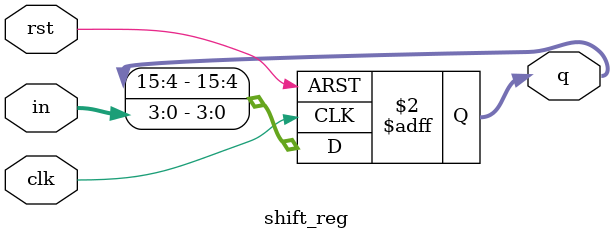
<source format=sv>
module keytranslate (
    input logic [3:0] key_in,

);

endmodule

module bcd2bin
   (
    // input logic [3:0] bcd7, // 10,000,000
    // input logic [3:0] bcd6, // 1,000,000
    // input logic [3:0] bcd5, // 100,000
    // input logic [3:0] bcd4, // 10,000
    input logic [3:0] bcd3, // 1000
    input logic [3:0] bcd2, // 100
    input logic [3:0] bcd1, // 10
    input logic [3:0] bcd0, // 1
    // output logic [31:0] bin
    output logic [15:0] bin
   );

//    assign bin = (bcd7 * 24'd10000000) + (bcd6 * 20'd1000000) + (bcd5 * 17'd100000) + (bcd4 * 14'd10000) + (bcd3 * 10'd1000) + (bcd2*7'd100) + (bcd1*4'd10) + (bcd0 * 1'd1);
        assign bin = (bcd3 * 10'd1000) + (bcd2*7'd100) + (bcd1*4'd10) + (bcd0 * 1'd1);

endmodule

module shift_reg
    ( input logic clk, rst,
      input logic [3:0] in,
      output reg [15:0] q);
 
    always_ff @ (posedge clk, posedge rst)
    begin
        if(rst)
            q <= 0;
        else 
            q <= {q[15:4], in};
    end 
endmodule
</source>
